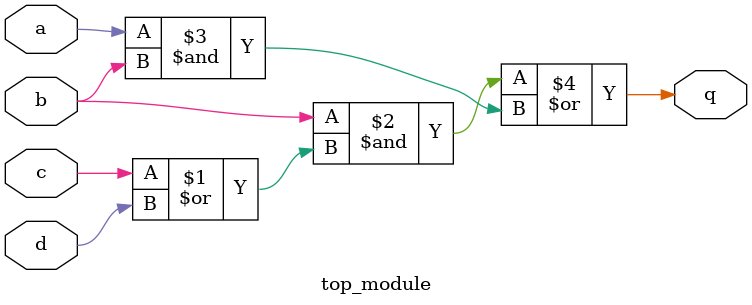
<source format=sv>
module top_module (
	input a, 
	input b, 
	input c, 
	input d,
	output q
);

assign q = (b & (c | d)) | (a & b);

endmodule

</source>
